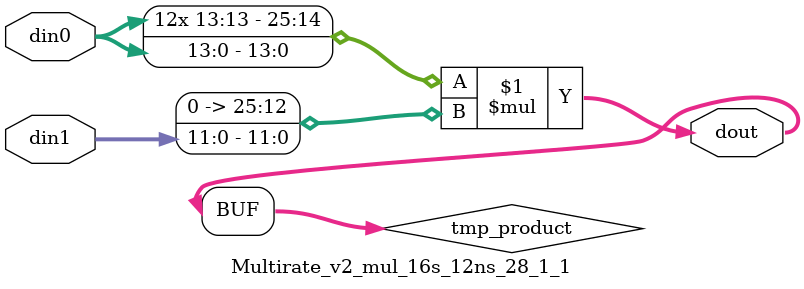
<source format=v>

`timescale 1 ns / 1 ps

 module Multirate_v2_mul_16s_12ns_28_1_1(din0, din1, dout);
parameter ID = 1;
parameter NUM_STAGE = 0;
parameter din0_WIDTH = 14;
parameter din1_WIDTH = 12;
parameter dout_WIDTH = 26;

input [din0_WIDTH - 1 : 0] din0; 
input [din1_WIDTH - 1 : 0] din1; 
output [dout_WIDTH - 1 : 0] dout;

wire signed [dout_WIDTH - 1 : 0] tmp_product;


























assign tmp_product = $signed(din0) * $signed({1'b0, din1});









assign dout = tmp_product;





















endmodule

</source>
